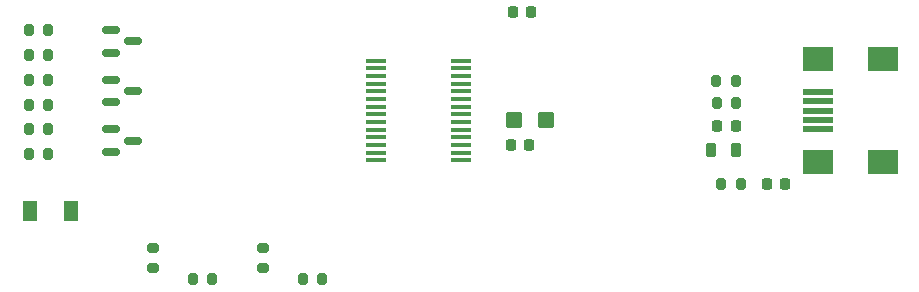
<source format=gbr>
G04 #@! TF.GenerationSoftware,KiCad,Pcbnew,6.99.0-a9ca49a600~144~ubuntu20.04.1*
G04 #@! TF.CreationDate,2022-03-01T02:01:24-05:00*
G04 #@! TF.ProjectId,pa-jtag,70612d6a-7461-4672-9e6b-696361645f70,rev?*
G04 #@! TF.SameCoordinates,Original*
G04 #@! TF.FileFunction,Paste,Top*
G04 #@! TF.FilePolarity,Positive*
%FSLAX46Y46*%
G04 Gerber Fmt 4.6, Leading zero omitted, Abs format (unit mm)*
G04 Created by KiCad (PCBNEW 6.99.0-a9ca49a600~144~ubuntu20.04.1) date 2022-03-01 02:01:24*
%MOMM*%
%LPD*%
G01*
G04 APERTURE LIST*
G04 Aperture macros list*
%AMRoundRect*
0 Rectangle with rounded corners*
0 $1 Rounding radius*
0 $2 $3 $4 $5 $6 $7 $8 $9 X,Y pos of 4 corners*
0 Add a 4 corners polygon primitive as box body*
4,1,4,$2,$3,$4,$5,$6,$7,$8,$9,$2,$3,0*
0 Add four circle primitives for the rounded corners*
1,1,$1+$1,$2,$3*
1,1,$1+$1,$4,$5*
1,1,$1+$1,$6,$7*
1,1,$1+$1,$8,$9*
0 Add four rect primitives between the rounded corners*
20,1,$1+$1,$2,$3,$4,$5,0*
20,1,$1+$1,$4,$5,$6,$7,0*
20,1,$1+$1,$6,$7,$8,$9,0*
20,1,$1+$1,$8,$9,$2,$3,0*%
G04 Aperture macros list end*
%ADD10RoundRect,0.225000X0.225000X0.250000X-0.225000X0.250000X-0.225000X-0.250000X0.225000X-0.250000X0*%
%ADD11RoundRect,0.200000X0.275000X-0.200000X0.275000X0.200000X-0.275000X0.200000X-0.275000X-0.200000X0*%
%ADD12RoundRect,0.225000X-0.225000X-0.250000X0.225000X-0.250000X0.225000X0.250000X-0.225000X0.250000X0*%
%ADD13RoundRect,0.200000X-0.200000X-0.275000X0.200000X-0.275000X0.200000X0.275000X-0.200000X0.275000X0*%
%ADD14R,1.300000X1.700000*%
%ADD15R,1.750000X0.450000*%
%ADD16RoundRect,0.200000X0.200000X0.275000X-0.200000X0.275000X-0.200000X-0.275000X0.200000X-0.275000X0*%
%ADD17RoundRect,0.218750X0.218750X0.381250X-0.218750X0.381250X-0.218750X-0.381250X0.218750X-0.381250X0*%
%ADD18RoundRect,0.150000X-0.587500X-0.150000X0.587500X-0.150000X0.587500X0.150000X-0.587500X0.150000X0*%
%ADD19R,2.500000X0.500000*%
%ADD20R,2.500000X2.000000*%
%ADD21RoundRect,0.250000X-0.450000X-0.425000X0.450000X-0.425000X0.450000X0.425000X-0.450000X0.425000X0*%
%ADD22RoundRect,0.218750X-0.218750X-0.256250X0.218750X-0.256250X0.218750X0.256250X-0.218750X0.256250X0*%
G04 APERTURE END LIST*
D10*
X188925000Y-83300000D03*
X187375000Y-83300000D03*
D11*
X148900000Y-95325000D03*
X148900000Y-93675000D03*
D12*
X169925000Y-84950000D03*
X171475000Y-84950000D03*
D13*
X129075000Y-75200000D03*
X130725000Y-75200000D03*
X129075000Y-85700000D03*
X130725000Y-85700000D03*
X129075000Y-83600000D03*
X130725000Y-83600000D03*
D14*
X129150000Y-90500000D03*
X132650000Y-90500000D03*
D11*
X139600000Y-95325000D03*
X139600000Y-93675000D03*
D13*
X129075000Y-79400000D03*
X130725000Y-79400000D03*
D15*
X158500000Y-77775000D03*
X158500000Y-78425000D03*
X158500000Y-79075000D03*
X158500000Y-79725000D03*
X158500000Y-80375000D03*
X158500000Y-81025000D03*
X158500000Y-81675000D03*
X158500000Y-82325000D03*
X158500000Y-82975000D03*
X158500000Y-83625000D03*
X158500000Y-84275000D03*
X158500000Y-84925000D03*
X158500000Y-85575000D03*
X158500000Y-86225000D03*
X165700000Y-86225000D03*
X165700000Y-85575000D03*
X165700000Y-84925000D03*
X165700000Y-84275000D03*
X165700000Y-83625000D03*
X165700000Y-82975000D03*
X165700000Y-82325000D03*
X165700000Y-81675000D03*
X165700000Y-81025000D03*
X165700000Y-80375000D03*
X165700000Y-79725000D03*
X165700000Y-79075000D03*
X165700000Y-78425000D03*
X165700000Y-77775000D03*
D16*
X144625000Y-96300000D03*
X142975000Y-96300000D03*
D17*
X188962500Y-85300000D03*
X186837500Y-85300000D03*
D18*
X136062500Y-79400000D03*
X136062500Y-81300000D03*
X137937500Y-80350000D03*
D12*
X170075000Y-73700000D03*
X171625000Y-73700000D03*
D19*
X195875000Y-83600000D03*
X195875000Y-82800000D03*
X195875000Y-82000000D03*
X195875000Y-81200000D03*
D20*
X195875000Y-77600000D03*
X201375000Y-86400000D03*
X201375000Y-77600000D03*
X195875000Y-86400000D03*
D19*
X195875000Y-80400000D03*
D16*
X189375000Y-88200000D03*
X187725000Y-88200000D03*
X153925000Y-96300000D03*
X152275000Y-96300000D03*
D13*
X187325000Y-81350000D03*
X188975000Y-81350000D03*
X129075000Y-77300000D03*
X130725000Y-77300000D03*
X187275000Y-79500000D03*
X188925000Y-79500000D03*
X129075000Y-81500000D03*
X130725000Y-81500000D03*
D21*
X170200000Y-82800000D03*
X172900000Y-82800000D03*
D18*
X136012500Y-75200000D03*
X136012500Y-77100000D03*
X137887500Y-76150000D03*
X136062500Y-83600000D03*
X136062500Y-85500000D03*
X137937500Y-84550000D03*
D22*
X191562500Y-88250000D03*
X193137500Y-88250000D03*
M02*

</source>
